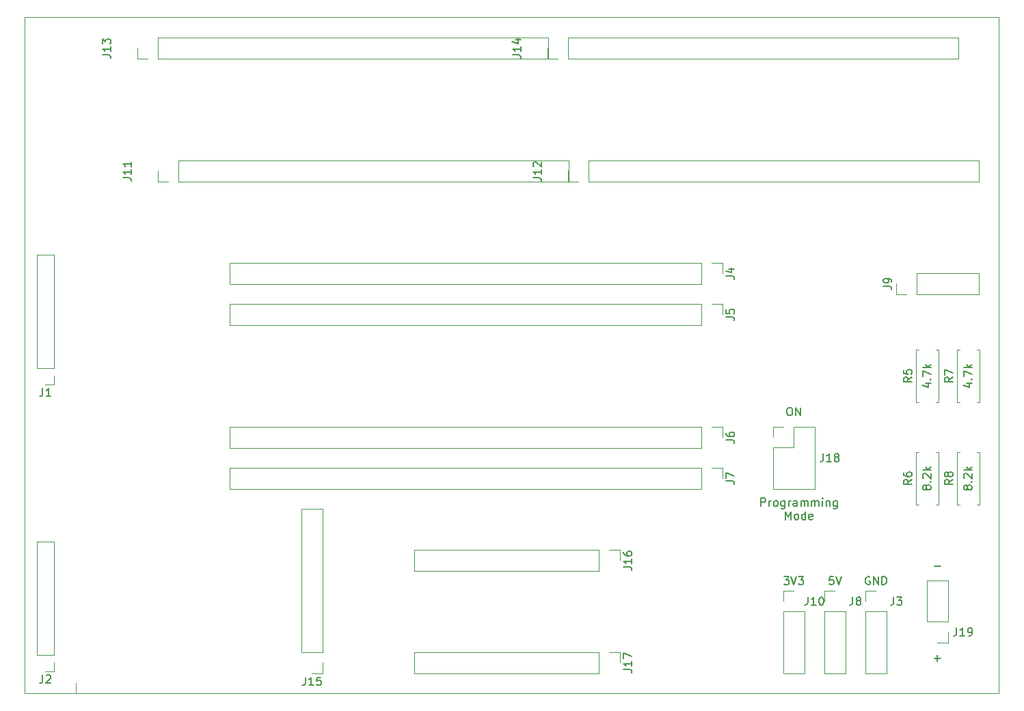
<source format=gbr>
G04 #@! TF.GenerationSoftware,KiCad,Pcbnew,(5.1.4)-1*
G04 #@! TF.CreationDate,2020-01-22T00:42:56-05:00*
G04 #@! TF.ProjectId,MainDataAquisitionBoard,4d61696e-4461-4746-9141-717569736974,rev?*
G04 #@! TF.SameCoordinates,Original*
G04 #@! TF.FileFunction,Legend,Top*
G04 #@! TF.FilePolarity,Positive*
%FSLAX46Y46*%
G04 Gerber Fmt 4.6, Leading zero omitted, Abs format (unit mm)*
G04 Created by KiCad (PCBNEW (5.1.4)-1) date 2020-01-22 00:42:56*
%MOMM*%
%LPD*%
G04 APERTURE LIST*
%ADD10C,0.150000*%
%ADD11C,0.120000*%
G04 APERTURE END LIST*
D10*
X154670714Y-111387380D02*
X154670714Y-110387380D01*
X155051666Y-110387380D01*
X155146904Y-110435000D01*
X155194523Y-110482619D01*
X155242142Y-110577857D01*
X155242142Y-110720714D01*
X155194523Y-110815952D01*
X155146904Y-110863571D01*
X155051666Y-110911190D01*
X154670714Y-110911190D01*
X155670714Y-111387380D02*
X155670714Y-110720714D01*
X155670714Y-110911190D02*
X155718333Y-110815952D01*
X155765952Y-110768333D01*
X155861190Y-110720714D01*
X155956428Y-110720714D01*
X156432619Y-111387380D02*
X156337380Y-111339761D01*
X156289761Y-111292142D01*
X156242142Y-111196904D01*
X156242142Y-110911190D01*
X156289761Y-110815952D01*
X156337380Y-110768333D01*
X156432619Y-110720714D01*
X156575476Y-110720714D01*
X156670714Y-110768333D01*
X156718333Y-110815952D01*
X156765952Y-110911190D01*
X156765952Y-111196904D01*
X156718333Y-111292142D01*
X156670714Y-111339761D01*
X156575476Y-111387380D01*
X156432619Y-111387380D01*
X157623095Y-110720714D02*
X157623095Y-111530238D01*
X157575476Y-111625476D01*
X157527857Y-111673095D01*
X157432619Y-111720714D01*
X157289761Y-111720714D01*
X157194523Y-111673095D01*
X157623095Y-111339761D02*
X157527857Y-111387380D01*
X157337380Y-111387380D01*
X157242142Y-111339761D01*
X157194523Y-111292142D01*
X157146904Y-111196904D01*
X157146904Y-110911190D01*
X157194523Y-110815952D01*
X157242142Y-110768333D01*
X157337380Y-110720714D01*
X157527857Y-110720714D01*
X157623095Y-110768333D01*
X158099285Y-111387380D02*
X158099285Y-110720714D01*
X158099285Y-110911190D02*
X158146904Y-110815952D01*
X158194523Y-110768333D01*
X158289761Y-110720714D01*
X158385000Y-110720714D01*
X159146904Y-111387380D02*
X159146904Y-110863571D01*
X159099285Y-110768333D01*
X159004047Y-110720714D01*
X158813571Y-110720714D01*
X158718333Y-110768333D01*
X159146904Y-111339761D02*
X159051666Y-111387380D01*
X158813571Y-111387380D01*
X158718333Y-111339761D01*
X158670714Y-111244523D01*
X158670714Y-111149285D01*
X158718333Y-111054047D01*
X158813571Y-111006428D01*
X159051666Y-111006428D01*
X159146904Y-110958809D01*
X159623095Y-111387380D02*
X159623095Y-110720714D01*
X159623095Y-110815952D02*
X159670714Y-110768333D01*
X159765952Y-110720714D01*
X159908809Y-110720714D01*
X160004047Y-110768333D01*
X160051666Y-110863571D01*
X160051666Y-111387380D01*
X160051666Y-110863571D02*
X160099285Y-110768333D01*
X160194523Y-110720714D01*
X160337380Y-110720714D01*
X160432619Y-110768333D01*
X160480238Y-110863571D01*
X160480238Y-111387380D01*
X160956428Y-111387380D02*
X160956428Y-110720714D01*
X160956428Y-110815952D02*
X161004047Y-110768333D01*
X161099285Y-110720714D01*
X161242142Y-110720714D01*
X161337380Y-110768333D01*
X161385000Y-110863571D01*
X161385000Y-111387380D01*
X161385000Y-110863571D02*
X161432619Y-110768333D01*
X161527857Y-110720714D01*
X161670714Y-110720714D01*
X161765952Y-110768333D01*
X161813571Y-110863571D01*
X161813571Y-111387380D01*
X162289761Y-111387380D02*
X162289761Y-110720714D01*
X162289761Y-110387380D02*
X162242142Y-110435000D01*
X162289761Y-110482619D01*
X162337380Y-110435000D01*
X162289761Y-110387380D01*
X162289761Y-110482619D01*
X162765952Y-110720714D02*
X162765952Y-111387380D01*
X162765952Y-110815952D02*
X162813571Y-110768333D01*
X162908809Y-110720714D01*
X163051666Y-110720714D01*
X163146904Y-110768333D01*
X163194523Y-110863571D01*
X163194523Y-111387380D01*
X164099285Y-110720714D02*
X164099285Y-111530238D01*
X164051666Y-111625476D01*
X164004047Y-111673095D01*
X163908809Y-111720714D01*
X163765952Y-111720714D01*
X163670714Y-111673095D01*
X164099285Y-111339761D02*
X164004047Y-111387380D01*
X163813571Y-111387380D01*
X163718333Y-111339761D01*
X163670714Y-111292142D01*
X163623095Y-111196904D01*
X163623095Y-110911190D01*
X163670714Y-110815952D01*
X163718333Y-110768333D01*
X163813571Y-110720714D01*
X164004047Y-110720714D01*
X164099285Y-110768333D01*
X157718333Y-113037380D02*
X157718333Y-112037380D01*
X158051666Y-112751666D01*
X158385000Y-112037380D01*
X158385000Y-113037380D01*
X159004047Y-113037380D02*
X158908809Y-112989761D01*
X158861190Y-112942142D01*
X158813571Y-112846904D01*
X158813571Y-112561190D01*
X158861190Y-112465952D01*
X158908809Y-112418333D01*
X159004047Y-112370714D01*
X159146904Y-112370714D01*
X159242142Y-112418333D01*
X159289761Y-112465952D01*
X159337380Y-112561190D01*
X159337380Y-112846904D01*
X159289761Y-112942142D01*
X159242142Y-112989761D01*
X159146904Y-113037380D01*
X159004047Y-113037380D01*
X160194523Y-113037380D02*
X160194523Y-112037380D01*
X160194523Y-112989761D02*
X160099285Y-113037380D01*
X159908809Y-113037380D01*
X159813571Y-112989761D01*
X159765952Y-112942142D01*
X159718333Y-112846904D01*
X159718333Y-112561190D01*
X159765952Y-112465952D01*
X159813571Y-112418333D01*
X159908809Y-112370714D01*
X160099285Y-112370714D01*
X160194523Y-112418333D01*
X161051666Y-112989761D02*
X160956428Y-113037380D01*
X160765952Y-113037380D01*
X160670714Y-112989761D01*
X160623095Y-112894523D01*
X160623095Y-112513571D01*
X160670714Y-112418333D01*
X160765952Y-112370714D01*
X160956428Y-112370714D01*
X161051666Y-112418333D01*
X161099285Y-112513571D01*
X161099285Y-112608809D01*
X160623095Y-112704047D01*
X158130952Y-99147380D02*
X158321428Y-99147380D01*
X158416666Y-99195000D01*
X158511904Y-99290238D01*
X158559523Y-99480714D01*
X158559523Y-99814047D01*
X158511904Y-100004523D01*
X158416666Y-100099761D01*
X158321428Y-100147380D01*
X158130952Y-100147380D01*
X158035714Y-100099761D01*
X157940476Y-100004523D01*
X157892857Y-99814047D01*
X157892857Y-99480714D01*
X157940476Y-99290238D01*
X158035714Y-99195000D01*
X158130952Y-99147380D01*
X158988095Y-100147380D02*
X158988095Y-99147380D01*
X159559523Y-100147380D01*
X159559523Y-99147380D01*
X180220952Y-109164285D02*
X180173333Y-109259523D01*
X180125714Y-109307142D01*
X180030476Y-109354761D01*
X179982857Y-109354761D01*
X179887619Y-109307142D01*
X179840000Y-109259523D01*
X179792380Y-109164285D01*
X179792380Y-108973809D01*
X179840000Y-108878571D01*
X179887619Y-108830952D01*
X179982857Y-108783333D01*
X180030476Y-108783333D01*
X180125714Y-108830952D01*
X180173333Y-108878571D01*
X180220952Y-108973809D01*
X180220952Y-109164285D01*
X180268571Y-109259523D01*
X180316190Y-109307142D01*
X180411428Y-109354761D01*
X180601904Y-109354761D01*
X180697142Y-109307142D01*
X180744761Y-109259523D01*
X180792380Y-109164285D01*
X180792380Y-108973809D01*
X180744761Y-108878571D01*
X180697142Y-108830952D01*
X180601904Y-108783333D01*
X180411428Y-108783333D01*
X180316190Y-108830952D01*
X180268571Y-108878571D01*
X180220952Y-108973809D01*
X180697142Y-108354761D02*
X180744761Y-108307142D01*
X180792380Y-108354761D01*
X180744761Y-108402380D01*
X180697142Y-108354761D01*
X180792380Y-108354761D01*
X179887619Y-107926190D02*
X179840000Y-107878571D01*
X179792380Y-107783333D01*
X179792380Y-107545238D01*
X179840000Y-107450000D01*
X179887619Y-107402380D01*
X179982857Y-107354761D01*
X180078095Y-107354761D01*
X180220952Y-107402380D01*
X180792380Y-107973809D01*
X180792380Y-107354761D01*
X180792380Y-106926190D02*
X179792380Y-106926190D01*
X180411428Y-106830952D02*
X180792380Y-106545238D01*
X180125714Y-106545238D02*
X180506666Y-106926190D01*
X175140952Y-109164285D02*
X175093333Y-109259523D01*
X175045714Y-109307142D01*
X174950476Y-109354761D01*
X174902857Y-109354761D01*
X174807619Y-109307142D01*
X174760000Y-109259523D01*
X174712380Y-109164285D01*
X174712380Y-108973809D01*
X174760000Y-108878571D01*
X174807619Y-108830952D01*
X174902857Y-108783333D01*
X174950476Y-108783333D01*
X175045714Y-108830952D01*
X175093333Y-108878571D01*
X175140952Y-108973809D01*
X175140952Y-109164285D01*
X175188571Y-109259523D01*
X175236190Y-109307142D01*
X175331428Y-109354761D01*
X175521904Y-109354761D01*
X175617142Y-109307142D01*
X175664761Y-109259523D01*
X175712380Y-109164285D01*
X175712380Y-108973809D01*
X175664761Y-108878571D01*
X175617142Y-108830952D01*
X175521904Y-108783333D01*
X175331428Y-108783333D01*
X175236190Y-108830952D01*
X175188571Y-108878571D01*
X175140952Y-108973809D01*
X175617142Y-108354761D02*
X175664761Y-108307142D01*
X175712380Y-108354761D01*
X175664761Y-108402380D01*
X175617142Y-108354761D01*
X175712380Y-108354761D01*
X174807619Y-107926190D02*
X174760000Y-107878571D01*
X174712380Y-107783333D01*
X174712380Y-107545238D01*
X174760000Y-107450000D01*
X174807619Y-107402380D01*
X174902857Y-107354761D01*
X174998095Y-107354761D01*
X175140952Y-107402380D01*
X175712380Y-107973809D01*
X175712380Y-107354761D01*
X175712380Y-106926190D02*
X174712380Y-106926190D01*
X175331428Y-106830952D02*
X175712380Y-106545238D01*
X175045714Y-106545238D02*
X175426666Y-106926190D01*
X180125714Y-96178571D02*
X180792380Y-96178571D01*
X179744761Y-96416666D02*
X180459047Y-96654761D01*
X180459047Y-96035714D01*
X180697142Y-95654761D02*
X180744761Y-95607142D01*
X180792380Y-95654761D01*
X180744761Y-95702380D01*
X180697142Y-95654761D01*
X180792380Y-95654761D01*
X179792380Y-95273809D02*
X179792380Y-94607142D01*
X180792380Y-95035714D01*
X180792380Y-94226190D02*
X179792380Y-94226190D01*
X180411428Y-94130952D02*
X180792380Y-93845238D01*
X180125714Y-93845238D02*
X180506666Y-94226190D01*
X175045714Y-96178571D02*
X175712380Y-96178571D01*
X174664761Y-96416666D02*
X175379047Y-96654761D01*
X175379047Y-96035714D01*
X175617142Y-95654761D02*
X175664761Y-95607142D01*
X175712380Y-95654761D01*
X175664761Y-95702380D01*
X175617142Y-95654761D01*
X175712380Y-95654761D01*
X174712380Y-95273809D02*
X174712380Y-94607142D01*
X175712380Y-95035714D01*
X175712380Y-94226190D02*
X174712380Y-94226190D01*
X175331428Y-94130952D02*
X175712380Y-93845238D01*
X175045714Y-93845238D02*
X175426666Y-94226190D01*
X157511904Y-120102380D02*
X158130952Y-120102380D01*
X157797619Y-120483333D01*
X157940476Y-120483333D01*
X158035714Y-120530952D01*
X158083333Y-120578571D01*
X158130952Y-120673809D01*
X158130952Y-120911904D01*
X158083333Y-121007142D01*
X158035714Y-121054761D01*
X157940476Y-121102380D01*
X157654761Y-121102380D01*
X157559523Y-121054761D01*
X157511904Y-121007142D01*
X158416666Y-120102380D02*
X158750000Y-121102380D01*
X159083333Y-120102380D01*
X159321428Y-120102380D02*
X159940476Y-120102380D01*
X159607142Y-120483333D01*
X159750000Y-120483333D01*
X159845238Y-120530952D01*
X159892857Y-120578571D01*
X159940476Y-120673809D01*
X159940476Y-120911904D01*
X159892857Y-121007142D01*
X159845238Y-121054761D01*
X159750000Y-121102380D01*
X159464285Y-121102380D01*
X159369047Y-121054761D01*
X159321428Y-121007142D01*
X163639523Y-120102380D02*
X163163333Y-120102380D01*
X163115714Y-120578571D01*
X163163333Y-120530952D01*
X163258571Y-120483333D01*
X163496666Y-120483333D01*
X163591904Y-120530952D01*
X163639523Y-120578571D01*
X163687142Y-120673809D01*
X163687142Y-120911904D01*
X163639523Y-121007142D01*
X163591904Y-121054761D01*
X163496666Y-121102380D01*
X163258571Y-121102380D01*
X163163333Y-121054761D01*
X163115714Y-121007142D01*
X163972857Y-120102380D02*
X164306190Y-121102380D01*
X164639523Y-120102380D01*
X168148095Y-120150000D02*
X168052857Y-120102380D01*
X167910000Y-120102380D01*
X167767142Y-120150000D01*
X167671904Y-120245238D01*
X167624285Y-120340476D01*
X167576666Y-120530952D01*
X167576666Y-120673809D01*
X167624285Y-120864285D01*
X167671904Y-120959523D01*
X167767142Y-121054761D01*
X167910000Y-121102380D01*
X168005238Y-121102380D01*
X168148095Y-121054761D01*
X168195714Y-121007142D01*
X168195714Y-120673809D01*
X168005238Y-120673809D01*
X168624285Y-121102380D02*
X168624285Y-120102380D01*
X169195714Y-121102380D01*
X169195714Y-120102380D01*
X169671904Y-121102380D02*
X169671904Y-120102380D01*
X169910000Y-120102380D01*
X170052857Y-120150000D01*
X170148095Y-120245238D01*
X170195714Y-120340476D01*
X170243333Y-120530952D01*
X170243333Y-120673809D01*
X170195714Y-120864285D01*
X170148095Y-120959523D01*
X170052857Y-121054761D01*
X169910000Y-121102380D01*
X169671904Y-121102380D01*
X176149047Y-130246428D02*
X176910952Y-130246428D01*
X176530000Y-130627380D02*
X176530000Y-129865476D01*
X176149047Y-118816428D02*
X176910952Y-118816428D01*
D11*
X184150000Y-50800000D02*
X184150000Y-62230000D01*
X63500000Y-50800000D02*
X184150000Y-50800000D01*
X63500000Y-62230000D02*
X63500000Y-50800000D01*
X63500000Y-134620000D02*
X69850000Y-134620000D01*
X63500000Y-62230000D02*
X63500000Y-134620000D01*
X184150000Y-134620000D02*
X184150000Y-133350000D01*
X69850000Y-134620000D02*
X184150000Y-134620000D01*
X69850000Y-133350000D02*
X69850000Y-134620000D01*
X184150000Y-63500000D02*
X184150000Y-62230000D01*
X184150000Y-133350000D02*
X184150000Y-63500000D01*
X132080000Y-71180000D02*
X130750000Y-71180000D01*
X133350000Y-71180000D02*
X133350000Y-68520000D01*
X181670000Y-71180000D02*
X181670000Y-68520000D01*
X133350000Y-71180000D02*
X181670000Y-71180000D01*
X130750000Y-71180000D02*
X130750000Y-69850000D01*
X133350000Y-68520000D02*
X181670000Y-68520000D01*
X179300000Y-111220000D02*
X178970000Y-111220000D01*
X178970000Y-111220000D02*
X178970000Y-104680000D01*
X178970000Y-104680000D02*
X179300000Y-104680000D01*
X181380000Y-111220000D02*
X181710000Y-111220000D01*
X181710000Y-111220000D02*
X181710000Y-104680000D01*
X181710000Y-104680000D02*
X181380000Y-104680000D01*
X149920000Y-81220000D02*
X149920000Y-82550000D01*
X148590000Y-81220000D02*
X149920000Y-81220000D01*
X147320000Y-81220000D02*
X147320000Y-83880000D01*
X147320000Y-83880000D02*
X88840000Y-83880000D01*
X147320000Y-81220000D02*
X88840000Y-81220000D01*
X88840000Y-81220000D02*
X88840000Y-83880000D01*
X88840000Y-86300000D02*
X88840000Y-88960000D01*
X147320000Y-86300000D02*
X88840000Y-86300000D01*
X147320000Y-88960000D02*
X88840000Y-88960000D01*
X147320000Y-86300000D02*
X147320000Y-88960000D01*
X148590000Y-86300000D02*
X149920000Y-86300000D01*
X149920000Y-86300000D02*
X149920000Y-87630000D01*
X88840000Y-101540000D02*
X88840000Y-104200000D01*
X147320000Y-101540000D02*
X88840000Y-101540000D01*
X147320000Y-104200000D02*
X88840000Y-104200000D01*
X147320000Y-101540000D02*
X147320000Y-104200000D01*
X148590000Y-101540000D02*
X149920000Y-101540000D01*
X149920000Y-101540000D02*
X149920000Y-102870000D01*
X149920000Y-106620000D02*
X149920000Y-107950000D01*
X148590000Y-106620000D02*
X149920000Y-106620000D01*
X147320000Y-106620000D02*
X147320000Y-109280000D01*
X147320000Y-109280000D02*
X88840000Y-109280000D01*
X147320000Y-106620000D02*
X88840000Y-106620000D01*
X88840000Y-106620000D02*
X88840000Y-109280000D01*
X67100000Y-96310000D02*
X66040000Y-96310000D01*
X67100000Y-95250000D02*
X67100000Y-96310000D01*
X67100000Y-94250000D02*
X64980000Y-94250000D01*
X64980000Y-94250000D02*
X64980000Y-80190000D01*
X67100000Y-94250000D02*
X67100000Y-80190000D01*
X67100000Y-80190000D02*
X64980000Y-80190000D01*
X67100000Y-115750000D02*
X64980000Y-115750000D01*
X67100000Y-129810000D02*
X67100000Y-115750000D01*
X64980000Y-129810000D02*
X64980000Y-115750000D01*
X67100000Y-129810000D02*
X64980000Y-129810000D01*
X67100000Y-130810000D02*
X67100000Y-131870000D01*
X67100000Y-131870000D02*
X66040000Y-131870000D01*
X167580000Y-121860000D02*
X168910000Y-121860000D01*
X167580000Y-123190000D02*
X167580000Y-121860000D01*
X167580000Y-124460000D02*
X170240000Y-124460000D01*
X170240000Y-124460000D02*
X170240000Y-132140000D01*
X167580000Y-124460000D02*
X167580000Y-132140000D01*
X167580000Y-132140000D02*
X170240000Y-132140000D01*
X162500000Y-132140000D02*
X165160000Y-132140000D01*
X162500000Y-124460000D02*
X162500000Y-132140000D01*
X165160000Y-124460000D02*
X165160000Y-132140000D01*
X162500000Y-124460000D02*
X165160000Y-124460000D01*
X162500000Y-123190000D02*
X162500000Y-121860000D01*
X162500000Y-121860000D02*
X163830000Y-121860000D01*
X181670000Y-85150000D02*
X181670000Y-82490000D01*
X173990000Y-85150000D02*
X181670000Y-85150000D01*
X173990000Y-82490000D02*
X181670000Y-82490000D01*
X173990000Y-85150000D02*
X173990000Y-82490000D01*
X172720000Y-85150000D02*
X171390000Y-85150000D01*
X171390000Y-85150000D02*
X171390000Y-83820000D01*
X157420000Y-121860000D02*
X158750000Y-121860000D01*
X157420000Y-123190000D02*
X157420000Y-121860000D01*
X157420000Y-124460000D02*
X160080000Y-124460000D01*
X160080000Y-124460000D02*
X160080000Y-132140000D01*
X157420000Y-124460000D02*
X157420000Y-132140000D01*
X157420000Y-132140000D02*
X160080000Y-132140000D01*
X176630000Y-91980000D02*
X176300000Y-91980000D01*
X176630000Y-98520000D02*
X176630000Y-91980000D01*
X176300000Y-98520000D02*
X176630000Y-98520000D01*
X173890000Y-91980000D02*
X174220000Y-91980000D01*
X173890000Y-98520000D02*
X173890000Y-91980000D01*
X174220000Y-98520000D02*
X173890000Y-98520000D01*
X176630000Y-104680000D02*
X176300000Y-104680000D01*
X176630000Y-111220000D02*
X176630000Y-104680000D01*
X176300000Y-111220000D02*
X176630000Y-111220000D01*
X173890000Y-104680000D02*
X174220000Y-104680000D01*
X173890000Y-111220000D02*
X173890000Y-104680000D01*
X174220000Y-111220000D02*
X173890000Y-111220000D01*
X179300000Y-98520000D02*
X178970000Y-98520000D01*
X178970000Y-98520000D02*
X178970000Y-91980000D01*
X178970000Y-91980000D02*
X179300000Y-91980000D01*
X181380000Y-98520000D02*
X181710000Y-98520000D01*
X181710000Y-98520000D02*
X181710000Y-91980000D01*
X181710000Y-91980000D02*
X181380000Y-91980000D01*
X81280000Y-71180000D02*
X79950000Y-71180000D01*
X82550000Y-71180000D02*
X82550000Y-68520000D01*
X130870000Y-71180000D02*
X130870000Y-68520000D01*
X82550000Y-71180000D02*
X130870000Y-71180000D01*
X79950000Y-71180000D02*
X79950000Y-69850000D01*
X82550000Y-68520000D02*
X130870000Y-68520000D01*
X80010000Y-53280000D02*
X128330000Y-53280000D01*
X77410000Y-55940000D02*
X77410000Y-54610000D01*
X80010000Y-55940000D02*
X128330000Y-55940000D01*
X128330000Y-55940000D02*
X128330000Y-53280000D01*
X80010000Y-55940000D02*
X80010000Y-53280000D01*
X78740000Y-55940000D02*
X77410000Y-55940000D01*
X130810000Y-53280000D02*
X179130000Y-53280000D01*
X128210000Y-55940000D02*
X128210000Y-54610000D01*
X130810000Y-55940000D02*
X179130000Y-55940000D01*
X179130000Y-55940000D02*
X179130000Y-53280000D01*
X130810000Y-55940000D02*
X130810000Y-53280000D01*
X129540000Y-55940000D02*
X128210000Y-55940000D01*
X100390000Y-111700000D02*
X97730000Y-111700000D01*
X100390000Y-129540000D02*
X100390000Y-111700000D01*
X97730000Y-129540000D02*
X97730000Y-111700000D01*
X100390000Y-129540000D02*
X97730000Y-129540000D01*
X100390000Y-130810000D02*
X100390000Y-132140000D01*
X100390000Y-132140000D02*
X99060000Y-132140000D01*
X111700000Y-116780000D02*
X111700000Y-119440000D01*
X134620000Y-116780000D02*
X111700000Y-116780000D01*
X134620000Y-119440000D02*
X111700000Y-119440000D01*
X134620000Y-116780000D02*
X134620000Y-119440000D01*
X135890000Y-116780000D02*
X137220000Y-116780000D01*
X137220000Y-116780000D02*
X137220000Y-118110000D01*
X137220000Y-129480000D02*
X137220000Y-130810000D01*
X135890000Y-129480000D02*
X137220000Y-129480000D01*
X134620000Y-129480000D02*
X134620000Y-132140000D01*
X134620000Y-132140000D02*
X111700000Y-132140000D01*
X134620000Y-129480000D02*
X111700000Y-129480000D01*
X111700000Y-129480000D02*
X111700000Y-132140000D01*
X156150000Y-109280000D02*
X161350000Y-109280000D01*
X156150000Y-104140000D02*
X156150000Y-109280000D01*
X161350000Y-101540000D02*
X161350000Y-109280000D01*
X156150000Y-104140000D02*
X158750000Y-104140000D01*
X158750000Y-104140000D02*
X158750000Y-101540000D01*
X158750000Y-101540000D02*
X161350000Y-101540000D01*
X156150000Y-102870000D02*
X156150000Y-101540000D01*
X156150000Y-101540000D02*
X157480000Y-101540000D01*
X177860000Y-120590000D02*
X175200000Y-120590000D01*
X177860000Y-127000000D02*
X177860000Y-128330000D01*
X175200000Y-125730000D02*
X175200000Y-120590000D01*
X177860000Y-125730000D02*
X177860000Y-120590000D01*
X177860000Y-128330000D02*
X176530000Y-128330000D01*
X177860000Y-125730000D02*
X175200000Y-125730000D01*
D10*
X126452380Y-70659523D02*
X127166666Y-70659523D01*
X127309523Y-70707142D01*
X127404761Y-70802380D01*
X127452380Y-70945238D01*
X127452380Y-71040476D01*
X127452380Y-69659523D02*
X127452380Y-70230952D01*
X127452380Y-69945238D02*
X126452380Y-69945238D01*
X126595238Y-70040476D01*
X126690476Y-70135714D01*
X126738095Y-70230952D01*
X126547619Y-69278571D02*
X126500000Y-69230952D01*
X126452380Y-69135714D01*
X126452380Y-68897619D01*
X126500000Y-68802380D01*
X126547619Y-68754761D01*
X126642857Y-68707142D01*
X126738095Y-68707142D01*
X126880952Y-68754761D01*
X127452380Y-69326190D01*
X127452380Y-68707142D01*
X178422380Y-108116666D02*
X177946190Y-108450000D01*
X178422380Y-108688095D02*
X177422380Y-108688095D01*
X177422380Y-108307142D01*
X177470000Y-108211904D01*
X177517619Y-108164285D01*
X177612857Y-108116666D01*
X177755714Y-108116666D01*
X177850952Y-108164285D01*
X177898571Y-108211904D01*
X177946190Y-108307142D01*
X177946190Y-108688095D01*
X177850952Y-107545238D02*
X177803333Y-107640476D01*
X177755714Y-107688095D01*
X177660476Y-107735714D01*
X177612857Y-107735714D01*
X177517619Y-107688095D01*
X177470000Y-107640476D01*
X177422380Y-107545238D01*
X177422380Y-107354761D01*
X177470000Y-107259523D01*
X177517619Y-107211904D01*
X177612857Y-107164285D01*
X177660476Y-107164285D01*
X177755714Y-107211904D01*
X177803333Y-107259523D01*
X177850952Y-107354761D01*
X177850952Y-107545238D01*
X177898571Y-107640476D01*
X177946190Y-107688095D01*
X178041428Y-107735714D01*
X178231904Y-107735714D01*
X178327142Y-107688095D01*
X178374761Y-107640476D01*
X178422380Y-107545238D01*
X178422380Y-107354761D01*
X178374761Y-107259523D01*
X178327142Y-107211904D01*
X178231904Y-107164285D01*
X178041428Y-107164285D01*
X177946190Y-107211904D01*
X177898571Y-107259523D01*
X177850952Y-107354761D01*
X150372380Y-82883333D02*
X151086666Y-82883333D01*
X151229523Y-82930952D01*
X151324761Y-83026190D01*
X151372380Y-83169047D01*
X151372380Y-83264285D01*
X150705714Y-81978571D02*
X151372380Y-81978571D01*
X150324761Y-82216666D02*
X151039047Y-82454761D01*
X151039047Y-81835714D01*
X150372380Y-87963333D02*
X151086666Y-87963333D01*
X151229523Y-88010952D01*
X151324761Y-88106190D01*
X151372380Y-88249047D01*
X151372380Y-88344285D01*
X150372380Y-87010952D02*
X150372380Y-87487142D01*
X150848571Y-87534761D01*
X150800952Y-87487142D01*
X150753333Y-87391904D01*
X150753333Y-87153809D01*
X150800952Y-87058571D01*
X150848571Y-87010952D01*
X150943809Y-86963333D01*
X151181904Y-86963333D01*
X151277142Y-87010952D01*
X151324761Y-87058571D01*
X151372380Y-87153809D01*
X151372380Y-87391904D01*
X151324761Y-87487142D01*
X151277142Y-87534761D01*
X150372380Y-103203333D02*
X151086666Y-103203333D01*
X151229523Y-103250952D01*
X151324761Y-103346190D01*
X151372380Y-103489047D01*
X151372380Y-103584285D01*
X150372380Y-102298571D02*
X150372380Y-102489047D01*
X150420000Y-102584285D01*
X150467619Y-102631904D01*
X150610476Y-102727142D01*
X150800952Y-102774761D01*
X151181904Y-102774761D01*
X151277142Y-102727142D01*
X151324761Y-102679523D01*
X151372380Y-102584285D01*
X151372380Y-102393809D01*
X151324761Y-102298571D01*
X151277142Y-102250952D01*
X151181904Y-102203333D01*
X150943809Y-102203333D01*
X150848571Y-102250952D01*
X150800952Y-102298571D01*
X150753333Y-102393809D01*
X150753333Y-102584285D01*
X150800952Y-102679523D01*
X150848571Y-102727142D01*
X150943809Y-102774761D01*
X150372380Y-108283333D02*
X151086666Y-108283333D01*
X151229523Y-108330952D01*
X151324761Y-108426190D01*
X151372380Y-108569047D01*
X151372380Y-108664285D01*
X150372380Y-107902380D02*
X150372380Y-107235714D01*
X151372380Y-107664285D01*
X65706666Y-96762380D02*
X65706666Y-97476666D01*
X65659047Y-97619523D01*
X65563809Y-97714761D01*
X65420952Y-97762380D01*
X65325714Y-97762380D01*
X66706666Y-97762380D02*
X66135238Y-97762380D01*
X66420952Y-97762380D02*
X66420952Y-96762380D01*
X66325714Y-96905238D01*
X66230476Y-97000476D01*
X66135238Y-97048095D01*
X65706666Y-132322380D02*
X65706666Y-133036666D01*
X65659047Y-133179523D01*
X65563809Y-133274761D01*
X65420952Y-133322380D01*
X65325714Y-133322380D01*
X66135238Y-132417619D02*
X66182857Y-132370000D01*
X66278095Y-132322380D01*
X66516190Y-132322380D01*
X66611428Y-132370000D01*
X66659047Y-132417619D01*
X66706666Y-132512857D01*
X66706666Y-132608095D01*
X66659047Y-132750952D01*
X66087619Y-133322380D01*
X66706666Y-133322380D01*
X171116666Y-122642380D02*
X171116666Y-123356666D01*
X171069047Y-123499523D01*
X170973809Y-123594761D01*
X170830952Y-123642380D01*
X170735714Y-123642380D01*
X171497619Y-122642380D02*
X172116666Y-122642380D01*
X171783333Y-123023333D01*
X171926190Y-123023333D01*
X172021428Y-123070952D01*
X172069047Y-123118571D01*
X172116666Y-123213809D01*
X172116666Y-123451904D01*
X172069047Y-123547142D01*
X172021428Y-123594761D01*
X171926190Y-123642380D01*
X171640476Y-123642380D01*
X171545238Y-123594761D01*
X171497619Y-123547142D01*
X166036666Y-122642380D02*
X166036666Y-123356666D01*
X165989047Y-123499523D01*
X165893809Y-123594761D01*
X165750952Y-123642380D01*
X165655714Y-123642380D01*
X166655714Y-123070952D02*
X166560476Y-123023333D01*
X166512857Y-122975714D01*
X166465238Y-122880476D01*
X166465238Y-122832857D01*
X166512857Y-122737619D01*
X166560476Y-122690000D01*
X166655714Y-122642380D01*
X166846190Y-122642380D01*
X166941428Y-122690000D01*
X166989047Y-122737619D01*
X167036666Y-122832857D01*
X167036666Y-122880476D01*
X166989047Y-122975714D01*
X166941428Y-123023333D01*
X166846190Y-123070952D01*
X166655714Y-123070952D01*
X166560476Y-123118571D01*
X166512857Y-123166190D01*
X166465238Y-123261428D01*
X166465238Y-123451904D01*
X166512857Y-123547142D01*
X166560476Y-123594761D01*
X166655714Y-123642380D01*
X166846190Y-123642380D01*
X166941428Y-123594761D01*
X166989047Y-123547142D01*
X167036666Y-123451904D01*
X167036666Y-123261428D01*
X166989047Y-123166190D01*
X166941428Y-123118571D01*
X166846190Y-123070952D01*
X169842380Y-84153333D02*
X170556666Y-84153333D01*
X170699523Y-84200952D01*
X170794761Y-84296190D01*
X170842380Y-84439047D01*
X170842380Y-84534285D01*
X170842380Y-83629523D02*
X170842380Y-83439047D01*
X170794761Y-83343809D01*
X170747142Y-83296190D01*
X170604285Y-83200952D01*
X170413809Y-83153333D01*
X170032857Y-83153333D01*
X169937619Y-83200952D01*
X169890000Y-83248571D01*
X169842380Y-83343809D01*
X169842380Y-83534285D01*
X169890000Y-83629523D01*
X169937619Y-83677142D01*
X170032857Y-83724761D01*
X170270952Y-83724761D01*
X170366190Y-83677142D01*
X170413809Y-83629523D01*
X170461428Y-83534285D01*
X170461428Y-83343809D01*
X170413809Y-83248571D01*
X170366190Y-83200952D01*
X170270952Y-83153333D01*
X160480476Y-122642380D02*
X160480476Y-123356666D01*
X160432857Y-123499523D01*
X160337619Y-123594761D01*
X160194761Y-123642380D01*
X160099523Y-123642380D01*
X161480476Y-123642380D02*
X160909047Y-123642380D01*
X161194761Y-123642380D02*
X161194761Y-122642380D01*
X161099523Y-122785238D01*
X161004285Y-122880476D01*
X160909047Y-122928095D01*
X162099523Y-122642380D02*
X162194761Y-122642380D01*
X162290000Y-122690000D01*
X162337619Y-122737619D01*
X162385238Y-122832857D01*
X162432857Y-123023333D01*
X162432857Y-123261428D01*
X162385238Y-123451904D01*
X162337619Y-123547142D01*
X162290000Y-123594761D01*
X162194761Y-123642380D01*
X162099523Y-123642380D01*
X162004285Y-123594761D01*
X161956666Y-123547142D01*
X161909047Y-123451904D01*
X161861428Y-123261428D01*
X161861428Y-123023333D01*
X161909047Y-122832857D01*
X161956666Y-122737619D01*
X162004285Y-122690000D01*
X162099523Y-122642380D01*
X173342380Y-95416666D02*
X172866190Y-95750000D01*
X173342380Y-95988095D02*
X172342380Y-95988095D01*
X172342380Y-95607142D01*
X172390000Y-95511904D01*
X172437619Y-95464285D01*
X172532857Y-95416666D01*
X172675714Y-95416666D01*
X172770952Y-95464285D01*
X172818571Y-95511904D01*
X172866190Y-95607142D01*
X172866190Y-95988095D01*
X172342380Y-94511904D02*
X172342380Y-94988095D01*
X172818571Y-95035714D01*
X172770952Y-94988095D01*
X172723333Y-94892857D01*
X172723333Y-94654761D01*
X172770952Y-94559523D01*
X172818571Y-94511904D01*
X172913809Y-94464285D01*
X173151904Y-94464285D01*
X173247142Y-94511904D01*
X173294761Y-94559523D01*
X173342380Y-94654761D01*
X173342380Y-94892857D01*
X173294761Y-94988095D01*
X173247142Y-95035714D01*
X173342380Y-108116666D02*
X172866190Y-108450000D01*
X173342380Y-108688095D02*
X172342380Y-108688095D01*
X172342380Y-108307142D01*
X172390000Y-108211904D01*
X172437619Y-108164285D01*
X172532857Y-108116666D01*
X172675714Y-108116666D01*
X172770952Y-108164285D01*
X172818571Y-108211904D01*
X172866190Y-108307142D01*
X172866190Y-108688095D01*
X172342380Y-107259523D02*
X172342380Y-107450000D01*
X172390000Y-107545238D01*
X172437619Y-107592857D01*
X172580476Y-107688095D01*
X172770952Y-107735714D01*
X173151904Y-107735714D01*
X173247142Y-107688095D01*
X173294761Y-107640476D01*
X173342380Y-107545238D01*
X173342380Y-107354761D01*
X173294761Y-107259523D01*
X173247142Y-107211904D01*
X173151904Y-107164285D01*
X172913809Y-107164285D01*
X172818571Y-107211904D01*
X172770952Y-107259523D01*
X172723333Y-107354761D01*
X172723333Y-107545238D01*
X172770952Y-107640476D01*
X172818571Y-107688095D01*
X172913809Y-107735714D01*
X178422380Y-95416666D02*
X177946190Y-95750000D01*
X178422380Y-95988095D02*
X177422380Y-95988095D01*
X177422380Y-95607142D01*
X177470000Y-95511904D01*
X177517619Y-95464285D01*
X177612857Y-95416666D01*
X177755714Y-95416666D01*
X177850952Y-95464285D01*
X177898571Y-95511904D01*
X177946190Y-95607142D01*
X177946190Y-95988095D01*
X177422380Y-95083333D02*
X177422380Y-94416666D01*
X178422380Y-94845238D01*
X75652380Y-70659523D02*
X76366666Y-70659523D01*
X76509523Y-70707142D01*
X76604761Y-70802380D01*
X76652380Y-70945238D01*
X76652380Y-71040476D01*
X76652380Y-69659523D02*
X76652380Y-70230952D01*
X76652380Y-69945238D02*
X75652380Y-69945238D01*
X75795238Y-70040476D01*
X75890476Y-70135714D01*
X75938095Y-70230952D01*
X76652380Y-68707142D02*
X76652380Y-69278571D01*
X76652380Y-68992857D02*
X75652380Y-68992857D01*
X75795238Y-69088095D01*
X75890476Y-69183333D01*
X75938095Y-69278571D01*
X73112380Y-55419523D02*
X73826666Y-55419523D01*
X73969523Y-55467142D01*
X74064761Y-55562380D01*
X74112380Y-55705238D01*
X74112380Y-55800476D01*
X74112380Y-54419523D02*
X74112380Y-54990952D01*
X74112380Y-54705238D02*
X73112380Y-54705238D01*
X73255238Y-54800476D01*
X73350476Y-54895714D01*
X73398095Y-54990952D01*
X73112380Y-54086190D02*
X73112380Y-53467142D01*
X73493333Y-53800476D01*
X73493333Y-53657619D01*
X73540952Y-53562380D01*
X73588571Y-53514761D01*
X73683809Y-53467142D01*
X73921904Y-53467142D01*
X74017142Y-53514761D01*
X74064761Y-53562380D01*
X74112380Y-53657619D01*
X74112380Y-53943333D01*
X74064761Y-54038571D01*
X74017142Y-54086190D01*
X123912380Y-55419523D02*
X124626666Y-55419523D01*
X124769523Y-55467142D01*
X124864761Y-55562380D01*
X124912380Y-55705238D01*
X124912380Y-55800476D01*
X124912380Y-54419523D02*
X124912380Y-54990952D01*
X124912380Y-54705238D02*
X123912380Y-54705238D01*
X124055238Y-54800476D01*
X124150476Y-54895714D01*
X124198095Y-54990952D01*
X124245714Y-53562380D02*
X124912380Y-53562380D01*
X123864761Y-53800476D02*
X124579047Y-54038571D01*
X124579047Y-53419523D01*
X98250476Y-132592380D02*
X98250476Y-133306666D01*
X98202857Y-133449523D01*
X98107619Y-133544761D01*
X97964761Y-133592380D01*
X97869523Y-133592380D01*
X99250476Y-133592380D02*
X98679047Y-133592380D01*
X98964761Y-133592380D02*
X98964761Y-132592380D01*
X98869523Y-132735238D01*
X98774285Y-132830476D01*
X98679047Y-132878095D01*
X100155238Y-132592380D02*
X99679047Y-132592380D01*
X99631428Y-133068571D01*
X99679047Y-133020952D01*
X99774285Y-132973333D01*
X100012380Y-132973333D01*
X100107619Y-133020952D01*
X100155238Y-133068571D01*
X100202857Y-133163809D01*
X100202857Y-133401904D01*
X100155238Y-133497142D01*
X100107619Y-133544761D01*
X100012380Y-133592380D01*
X99774285Y-133592380D01*
X99679047Y-133544761D01*
X99631428Y-133497142D01*
X137672380Y-118919523D02*
X138386666Y-118919523D01*
X138529523Y-118967142D01*
X138624761Y-119062380D01*
X138672380Y-119205238D01*
X138672380Y-119300476D01*
X138672380Y-117919523D02*
X138672380Y-118490952D01*
X138672380Y-118205238D02*
X137672380Y-118205238D01*
X137815238Y-118300476D01*
X137910476Y-118395714D01*
X137958095Y-118490952D01*
X137672380Y-117062380D02*
X137672380Y-117252857D01*
X137720000Y-117348095D01*
X137767619Y-117395714D01*
X137910476Y-117490952D01*
X138100952Y-117538571D01*
X138481904Y-117538571D01*
X138577142Y-117490952D01*
X138624761Y-117443333D01*
X138672380Y-117348095D01*
X138672380Y-117157619D01*
X138624761Y-117062380D01*
X138577142Y-117014761D01*
X138481904Y-116967142D01*
X138243809Y-116967142D01*
X138148571Y-117014761D01*
X138100952Y-117062380D01*
X138053333Y-117157619D01*
X138053333Y-117348095D01*
X138100952Y-117443333D01*
X138148571Y-117490952D01*
X138243809Y-117538571D01*
X137672380Y-131619523D02*
X138386666Y-131619523D01*
X138529523Y-131667142D01*
X138624761Y-131762380D01*
X138672380Y-131905238D01*
X138672380Y-132000476D01*
X138672380Y-130619523D02*
X138672380Y-131190952D01*
X138672380Y-130905238D02*
X137672380Y-130905238D01*
X137815238Y-131000476D01*
X137910476Y-131095714D01*
X137958095Y-131190952D01*
X137672380Y-130286190D02*
X137672380Y-129619523D01*
X138672380Y-130048095D01*
X162385476Y-104862380D02*
X162385476Y-105576666D01*
X162337857Y-105719523D01*
X162242619Y-105814761D01*
X162099761Y-105862380D01*
X162004523Y-105862380D01*
X163385476Y-105862380D02*
X162814047Y-105862380D01*
X163099761Y-105862380D02*
X163099761Y-104862380D01*
X163004523Y-105005238D01*
X162909285Y-105100476D01*
X162814047Y-105148095D01*
X163956904Y-105290952D02*
X163861666Y-105243333D01*
X163814047Y-105195714D01*
X163766428Y-105100476D01*
X163766428Y-105052857D01*
X163814047Y-104957619D01*
X163861666Y-104910000D01*
X163956904Y-104862380D01*
X164147380Y-104862380D01*
X164242619Y-104910000D01*
X164290238Y-104957619D01*
X164337857Y-105052857D01*
X164337857Y-105100476D01*
X164290238Y-105195714D01*
X164242619Y-105243333D01*
X164147380Y-105290952D01*
X163956904Y-105290952D01*
X163861666Y-105338571D01*
X163814047Y-105386190D01*
X163766428Y-105481428D01*
X163766428Y-105671904D01*
X163814047Y-105767142D01*
X163861666Y-105814761D01*
X163956904Y-105862380D01*
X164147380Y-105862380D01*
X164242619Y-105814761D01*
X164290238Y-105767142D01*
X164337857Y-105671904D01*
X164337857Y-105481428D01*
X164290238Y-105386190D01*
X164242619Y-105338571D01*
X164147380Y-105290952D01*
X178895476Y-126452380D02*
X178895476Y-127166666D01*
X178847857Y-127309523D01*
X178752619Y-127404761D01*
X178609761Y-127452380D01*
X178514523Y-127452380D01*
X179895476Y-127452380D02*
X179324047Y-127452380D01*
X179609761Y-127452380D02*
X179609761Y-126452380D01*
X179514523Y-126595238D01*
X179419285Y-126690476D01*
X179324047Y-126738095D01*
X180371666Y-127452380D02*
X180562142Y-127452380D01*
X180657380Y-127404761D01*
X180705000Y-127357142D01*
X180800238Y-127214285D01*
X180847857Y-127023809D01*
X180847857Y-126642857D01*
X180800238Y-126547619D01*
X180752619Y-126500000D01*
X180657380Y-126452380D01*
X180466904Y-126452380D01*
X180371666Y-126500000D01*
X180324047Y-126547619D01*
X180276428Y-126642857D01*
X180276428Y-126880952D01*
X180324047Y-126976190D01*
X180371666Y-127023809D01*
X180466904Y-127071428D01*
X180657380Y-127071428D01*
X180752619Y-127023809D01*
X180800238Y-126976190D01*
X180847857Y-126880952D01*
M02*

</source>
